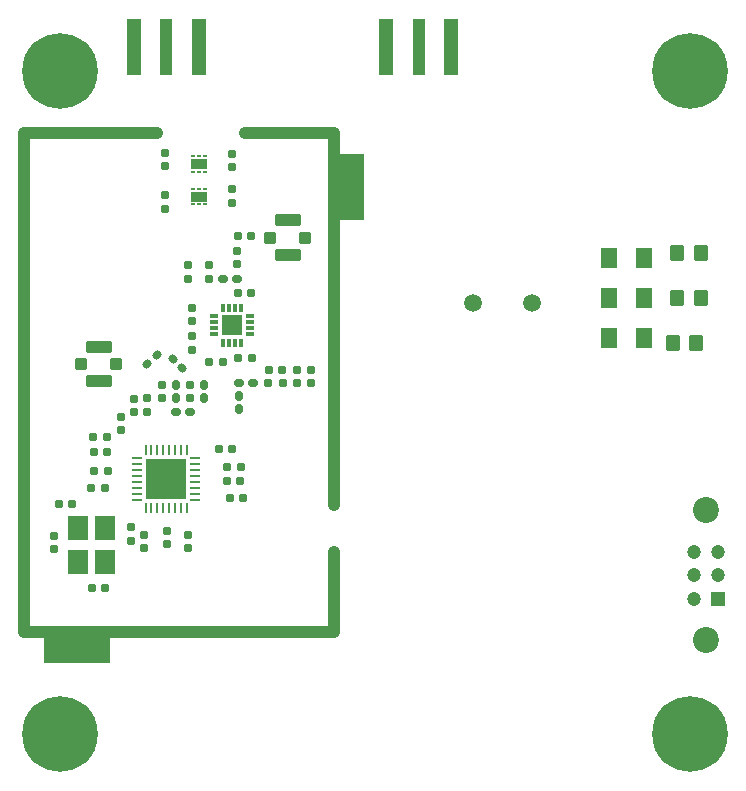
<source format=gts>
%TF.GenerationSoftware,KiCad,Pcbnew,8.0.6*%
%TF.CreationDate,2025-01-08T17:22:55-05:00*%
%TF.ProjectId,LTT,4c54542e-6b69-4636-9164-5f7063625858,rev?*%
%TF.SameCoordinates,Original*%
%TF.FileFunction,Soldermask,Top*%
%TF.FilePolarity,Negative*%
%FSLAX46Y46*%
G04 Gerber Fmt 4.6, Leading zero omitted, Abs format (unit mm)*
G04 Created by KiCad (PCBNEW 8.0.6) date 2025-01-08 17:22:55*
%MOMM*%
%LPD*%
G01*
G04 APERTURE LIST*
G04 Aperture macros list*
%AMRoundRect*
0 Rectangle with rounded corners*
0 $1 Rounding radius*
0 $2 $3 $4 $5 $6 $7 $8 $9 X,Y pos of 4 corners*
0 Add a 4 corners polygon primitive as box body*
4,1,4,$2,$3,$4,$5,$6,$7,$8,$9,$2,$3,0*
0 Add four circle primitives for the rounded corners*
1,1,$1+$1,$2,$3*
1,1,$1+$1,$4,$5*
1,1,$1+$1,$6,$7*
1,1,$1+$1,$8,$9*
0 Add four rect primitives between the rounded corners*
20,1,$1+$1,$2,$3,$4,$5,0*
20,1,$1+$1,$4,$5,$6,$7,0*
20,1,$1+$1,$6,$7,$8,$9,0*
20,1,$1+$1,$8,$9,$2,$3,0*%
G04 Aperture macros list end*
%ADD10C,1.000000*%
%ADD11C,0.100000*%
%ADD12RoundRect,0.160000X0.160000X-0.222500X0.160000X0.222500X-0.160000X0.222500X-0.160000X-0.222500X0*%
%ADD13RoundRect,0.155000X-0.155000X0.212500X-0.155000X-0.212500X0.155000X-0.212500X0.155000X0.212500X0*%
%ADD14RoundRect,0.155000X-0.212500X-0.155000X0.212500X-0.155000X0.212500X0.155000X-0.212500X0.155000X0*%
%ADD15C,0.800000*%
%ADD16C,6.400000*%
%ADD17RoundRect,0.155000X0.155000X-0.212500X0.155000X0.212500X-0.155000X0.212500X-0.155000X-0.212500X0*%
%ADD18RoundRect,0.155000X0.212500X0.155000X-0.212500X0.155000X-0.212500X-0.155000X0.212500X-0.155000X0*%
%ADD19R,0.300000X0.750000*%
%ADD20R,0.750000X0.300000*%
%ADD21R,1.700000X1.700000*%
%ADD22R,1.800000X2.100000*%
%ADD23RoundRect,0.160000X0.197500X0.160000X-0.197500X0.160000X-0.197500X-0.160000X0.197500X-0.160000X0*%
%ADD24RoundRect,0.062500X0.062500X-0.375000X0.062500X0.375000X-0.062500X0.375000X-0.062500X-0.375000X0*%
%ADD25RoundRect,0.062500X0.375000X-0.062500X0.375000X0.062500X-0.375000X0.062500X-0.375000X-0.062500X0*%
%ADD26R,3.450000X3.450000*%
%ADD27RoundRect,0.100000X-0.400000X0.400000X-0.400000X-0.400000X0.400000X-0.400000X0.400000X0.400000X0*%
%ADD28RoundRect,0.105000X-0.995000X0.420000X-0.995000X-0.420000X0.995000X-0.420000X0.995000X0.420000X0*%
%ADD29RoundRect,0.250000X-0.350000X-0.450000X0.350000X-0.450000X0.350000X0.450000X-0.350000X0.450000X0*%
%ADD30RoundRect,0.160000X0.222500X0.160000X-0.222500X0.160000X-0.222500X-0.160000X0.222500X-0.160000X0*%
%ADD31RoundRect,0.160000X0.160000X-0.197500X0.160000X0.197500X-0.160000X0.197500X-0.160000X-0.197500X0*%
%ADD32RoundRect,0.160000X0.270468X-0.044194X-0.044194X0.270468X-0.270468X0.044194X0.044194X-0.270468X0*%
%ADD33RoundRect,0.155000X0.040659X0.259862X-0.259862X-0.040659X-0.040659X-0.259862X0.259862X0.040659X0*%
%ADD34RoundRect,0.102000X0.425000X2.280000X-0.425000X2.280000X-0.425000X-2.280000X0.425000X-2.280000X0*%
%ADD35RoundRect,0.102000X0.500000X2.280000X-0.500000X2.280000X-0.500000X-2.280000X0.500000X-2.280000X0*%
%ADD36RoundRect,0.250001X-0.462499X-0.624999X0.462499X-0.624999X0.462499X0.624999X-0.462499X0.624999X0*%
%ADD37RoundRect,0.160000X-0.197500X-0.160000X0.197500X-0.160000X0.197500X0.160000X-0.197500X0.160000X0*%
%ADD38RoundRect,0.160000X-0.222500X-0.160000X0.222500X-0.160000X0.222500X0.160000X-0.222500X0.160000X0*%
%ADD39R,0.355600X0.279400*%
%ADD40R,1.397000X0.812800*%
%ADD41RoundRect,0.100000X0.400000X-0.400000X0.400000X0.400000X-0.400000X0.400000X-0.400000X-0.400000X0*%
%ADD42RoundRect,0.105000X0.995000X-0.420000X0.995000X0.420000X-0.995000X0.420000X-0.995000X-0.420000X0*%
%ADD43C,2.200000*%
%ADD44R,1.200000X1.200000*%
%ADD45C,1.200000*%
%ADD46C,1.500000*%
G04 APERTURE END LIST*
D10*
X140000000Y-121750000D02*
X140000000Y-128500000D01*
X113750000Y-128500000D02*
X113750000Y-86250000D01*
X140000000Y-86250000D02*
X140000000Y-117750000D01*
X132500000Y-86250000D02*
X140000000Y-86250000D01*
X140000000Y-128500000D02*
X113750000Y-128500000D01*
D11*
X115500000Y-129000000D02*
X121000000Y-129000000D01*
X121000000Y-131000000D01*
X115500000Y-131000000D01*
X115500000Y-129000000D01*
G36*
X115500000Y-129000000D02*
G01*
X121000000Y-129000000D01*
X121000000Y-131000000D01*
X115500000Y-131000000D01*
X115500000Y-129000000D01*
G37*
D10*
X113750000Y-86250000D02*
X125000000Y-86250000D01*
D11*
X140500000Y-88000000D02*
X142500000Y-88000000D01*
X142500000Y-93500000D01*
X140500000Y-93500000D01*
X140500000Y-88000000D01*
G36*
X140500000Y-88000000D02*
G01*
X142500000Y-88000000D01*
X142500000Y-93500000D01*
X140500000Y-93500000D01*
X140500000Y-88000000D01*
G37*
D12*
%TO.C,L7*%
X126621250Y-108701250D03*
X126621250Y-107556250D03*
%TD*%
D13*
%TO.C,C6*%
X121971250Y-110271250D03*
X121971250Y-111406250D03*
%TD*%
D14*
%TO.C,C20*%
X131937500Y-105300000D03*
X133072500Y-105300000D03*
%TD*%
D15*
%TO.C,H3*%
X114440000Y-81000000D03*
X115142944Y-79302944D03*
X115142944Y-82697056D03*
X116840000Y-78600000D03*
D16*
X116840000Y-81000000D03*
D15*
X116840000Y-83400000D03*
X118537056Y-79302944D03*
X118537056Y-82697056D03*
X119240000Y-81000000D03*
%TD*%
D17*
%TO.C,C13*%
X131822500Y-97367500D03*
X131822500Y-96232500D03*
%TD*%
D13*
%TO.C,C36*%
X125681250Y-91513750D03*
X125681250Y-92648750D03*
%TD*%
D15*
%TO.C,H1*%
X167780000Y-81000000D03*
X168482944Y-79302944D03*
X168482944Y-82697056D03*
X170180000Y-78600000D03*
D16*
X170180000Y-81000000D03*
D15*
X170180000Y-83400000D03*
X171877056Y-79302944D03*
X171877056Y-82697056D03*
X172580000Y-81000000D03*
%TD*%
D14*
%TO.C,C19*%
X130253750Y-113028750D03*
X131388750Y-113028750D03*
%TD*%
D18*
%TO.C,C16*%
X120838750Y-113288750D03*
X119703750Y-113288750D03*
%TD*%
D19*
%TO.C,U3*%
X130630000Y-104025000D03*
X131130000Y-104025000D03*
X131630000Y-104025000D03*
X132130000Y-104025000D03*
D20*
X132880000Y-103275000D03*
X132880000Y-102775000D03*
X132880000Y-102275000D03*
X132880000Y-101775000D03*
D19*
X132130000Y-101025000D03*
X131630000Y-101025000D03*
X131130000Y-101025000D03*
X130630000Y-101025000D03*
D20*
X129880000Y-101775000D03*
X129880000Y-102275000D03*
X129880000Y-102775000D03*
X129880000Y-103275000D03*
D21*
X131380000Y-102525000D03*
%TD*%
D17*
%TO.C,C32*%
X125421250Y-108696250D03*
X125421250Y-107561250D03*
%TD*%
D22*
%TO.C,Y2*%
X118341250Y-119651250D03*
X118341250Y-122551250D03*
X120641250Y-122551250D03*
X120641250Y-119651250D03*
%TD*%
D23*
%TO.C,R15*%
X135670000Y-107400000D03*
X134475000Y-107400000D03*
%TD*%
D24*
%TO.C,U4*%
X124071250Y-117963750D03*
X124571250Y-117963750D03*
X125071250Y-117963750D03*
X125571250Y-117963750D03*
X126071250Y-117963750D03*
X126571250Y-117963750D03*
X127071250Y-117963750D03*
X127571250Y-117963750D03*
D25*
X128258750Y-117276250D03*
X128258750Y-116776250D03*
X128258750Y-116276250D03*
X128258750Y-115776250D03*
X128258750Y-115276250D03*
X128258750Y-114776250D03*
X128258750Y-114276250D03*
X128258750Y-113776250D03*
D24*
X127571250Y-113088750D03*
X127071250Y-113088750D03*
X126571250Y-113088750D03*
X126071250Y-113088750D03*
X125571250Y-113088750D03*
X125071250Y-113088750D03*
X124571250Y-113088750D03*
X124071250Y-113088750D03*
D25*
X123383750Y-113776250D03*
X123383750Y-114276250D03*
X123383750Y-114776250D03*
X123383750Y-115276250D03*
X123383750Y-115776250D03*
X123383750Y-116276250D03*
X123383750Y-116776250D03*
X123383750Y-117276250D03*
D26*
X125821250Y-115526250D03*
%TD*%
D14*
%TO.C,C12*%
X131221250Y-117128750D03*
X132356250Y-117128750D03*
%TD*%
D17*
%TO.C,C31*%
X127821250Y-108696250D03*
X127821250Y-107561250D03*
%TD*%
D14*
%TO.C,C50*%
X136905000Y-106300000D03*
X138040000Y-106300000D03*
%TD*%
D27*
%TO.C,RX_TP1*%
X121600000Y-105800000D03*
D28*
X120100000Y-107275000D03*
D27*
X118600000Y-105800000D03*
D28*
X120100000Y-104325000D03*
%TD*%
D13*
%TO.C,C40*%
X116341250Y-120333750D03*
X116341250Y-121468750D03*
%TD*%
D17*
%TO.C,C37*%
X131406250Y-89156250D03*
X131406250Y-88021250D03*
%TD*%
D14*
%TO.C,C17*%
X131855000Y-95000000D03*
X132990000Y-95000000D03*
%TD*%
D29*
%TO.C,R3*%
X169077500Y-100250000D03*
X171077500Y-100250000D03*
%TD*%
D18*
%TO.C,C39*%
X120658750Y-124801250D03*
X119523750Y-124801250D03*
%TD*%
D30*
%TO.C,L5*%
X127793750Y-109843750D03*
X126648750Y-109843750D03*
%TD*%
D31*
%TO.C,R6*%
X128000000Y-104630000D03*
X128000000Y-103435000D03*
%TD*%
D30*
%TO.C,L11*%
X133145000Y-107400000D03*
X132000000Y-107400000D03*
%TD*%
D12*
%TO.C,L6*%
X129021250Y-108701250D03*
X129021250Y-107556250D03*
%TD*%
D29*
%TO.C,R2*%
X168712500Y-104060000D03*
X170712500Y-104060000D03*
%TD*%
D13*
%TO.C,C38*%
X125681250Y-87913750D03*
X125681250Y-89048750D03*
%TD*%
D32*
%TO.C,L8*%
X127164457Y-106164457D03*
X126354819Y-105354819D03*
%TD*%
D33*
%TO.C,C7*%
X125001283Y-104998717D03*
X124198717Y-105801283D03*
%TD*%
D18*
%TO.C,C23*%
X120621250Y-116338750D03*
X119486250Y-116338750D03*
%TD*%
D17*
%TO.C,C30*%
X123071250Y-109906250D03*
X123071250Y-108771250D03*
%TD*%
D13*
%TO.C,C33*%
X123950000Y-120250000D03*
X123950000Y-121385000D03*
%TD*%
D18*
%TO.C,C14*%
X117838750Y-117688750D03*
X116703750Y-117688750D03*
%TD*%
D31*
%TO.C,R5*%
X122821250Y-120773750D03*
X122821250Y-119578750D03*
%TD*%
D29*
%TO.C,R4*%
X169077500Y-96440000D03*
X171077500Y-96440000D03*
%TD*%
D34*
%TO.C,J2*%
X147200750Y-78958500D03*
D35*
X149970750Y-78958500D03*
X144430750Y-78958500D03*
%TD*%
D36*
%TO.C,D2*%
X163292500Y-100250000D03*
X166267500Y-100250000D03*
%TD*%
D37*
%TO.C,R8*%
X129402500Y-105600000D03*
X130597500Y-105600000D03*
%TD*%
D14*
%TO.C,C8*%
X131855000Y-99800000D03*
X132990000Y-99800000D03*
%TD*%
D17*
%TO.C,C11*%
X129422500Y-98567500D03*
X129422500Y-97432500D03*
%TD*%
D12*
%TO.C,L4*%
X131975000Y-109622500D03*
X131975000Y-108477500D03*
%TD*%
D38*
%TO.C,L1*%
X130650000Y-98600000D03*
X131795000Y-98600000D03*
%TD*%
D15*
%TO.C,H2*%
X167780000Y-137160000D03*
X168482944Y-135462944D03*
X168482944Y-138857056D03*
X170180000Y-134760000D03*
D16*
X170180000Y-137160000D03*
D15*
X170180000Y-139560000D03*
X171877056Y-135462944D03*
X171877056Y-138857056D03*
X172580000Y-137160000D03*
%TD*%
D36*
%TO.C,D1*%
X163292500Y-103640000D03*
X166267500Y-103640000D03*
%TD*%
D34*
%TO.C,J3*%
X125830000Y-78958500D03*
D35*
X128600000Y-78958500D03*
X123060000Y-78958500D03*
%TD*%
D18*
%TO.C,C28*%
X120850513Y-114834829D03*
X119715513Y-114834829D03*
%TD*%
D23*
%TO.C,R7*%
X132118750Y-114528750D03*
X130923750Y-114528750D03*
%TD*%
D39*
%TO.C,U5*%
X129081376Y-90961248D03*
X128581250Y-90961248D03*
X128081124Y-90961248D03*
X128081124Y-92281250D03*
X128581250Y-92281250D03*
X129081376Y-92281250D03*
D40*
X128581250Y-91621249D03*
%TD*%
D13*
%TO.C,C24*%
X127650000Y-120282500D03*
X127650000Y-121417500D03*
%TD*%
D14*
%TO.C,C49*%
X136905000Y-107400000D03*
X138040000Y-107400000D03*
%TD*%
D13*
%TO.C,C5*%
X128000000Y-101065000D03*
X128000000Y-102200000D03*
%TD*%
D36*
%TO.C,D3*%
X163292500Y-96860000D03*
X166267500Y-96860000D03*
%TD*%
D15*
%TO.C,H4*%
X114440000Y-137160000D03*
X115142944Y-135462944D03*
X115142944Y-138857056D03*
X116840000Y-134760000D03*
D16*
X116840000Y-137160000D03*
D15*
X116840000Y-139560000D03*
X118537056Y-135462944D03*
X118537056Y-138857056D03*
X119240000Y-137160000D03*
%TD*%
D39*
%TO.C,U6*%
X128081124Y-89531250D03*
X128581250Y-89531250D03*
X129081376Y-89531250D03*
X129081376Y-88211248D03*
X128581250Y-88211248D03*
X128081124Y-88211248D03*
D40*
X128581250Y-88871249D03*
%TD*%
D17*
%TO.C,C10*%
X127622500Y-98567500D03*
X127622500Y-97432500D03*
%TD*%
%TO.C,C21*%
X124171250Y-109856250D03*
X124171250Y-108721250D03*
%TD*%
D41*
%TO.C,TX_TP1*%
X134600000Y-95100000D03*
D42*
X136100000Y-93625000D03*
D41*
X137600000Y-95100000D03*
D42*
X136100000Y-96575000D03*
%TD*%
D13*
%TO.C,C9*%
X125921250Y-119900000D03*
X125921250Y-121035000D03*
%TD*%
D43*
%TO.C,J4*%
X171500000Y-129200000D03*
X171500000Y-118200000D03*
D44*
X172500000Y-125700000D03*
D45*
X172500000Y-123700000D03*
X172500000Y-121700000D03*
X170500000Y-125700000D03*
X170500000Y-123700000D03*
X170500000Y-121700000D03*
%TD*%
D14*
%TO.C,C15*%
X130953750Y-115728750D03*
X132088750Y-115728750D03*
%TD*%
D18*
%TO.C,C51*%
X135640000Y-106300000D03*
X134505000Y-106300000D03*
%TD*%
%TO.C,C26*%
X120788750Y-111978750D03*
X119653750Y-111978750D03*
%TD*%
D13*
%TO.C,C35*%
X131381250Y-91013750D03*
X131381250Y-92148750D03*
%TD*%
D46*
%TO.C,Y1*%
X151820000Y-100670000D03*
X156820000Y-100670000D03*
%TD*%
M02*

</source>
